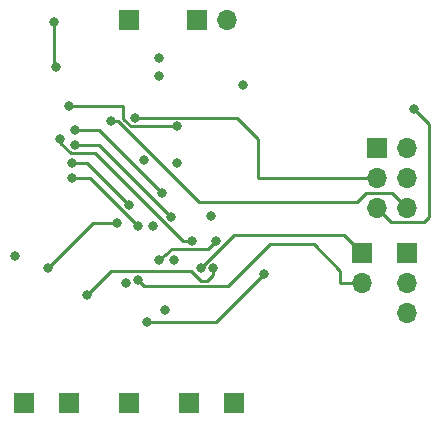
<source format=gbr>
%TF.GenerationSoftware,KiCad,Pcbnew,(5.1.9)-1*%
%TF.CreationDate,2021-06-03T20:59:13+02:00*%
%TF.ProjectId,HABakuk_v1.0,48414261-6b75-46b5-9f76-312e302e6b69,1.0*%
%TF.SameCoordinates,Original*%
%TF.FileFunction,Copper,L2,Inr*%
%TF.FilePolarity,Positive*%
%FSLAX46Y46*%
G04 Gerber Fmt 4.6, Leading zero omitted, Abs format (unit mm)*
G04 Created by KiCad (PCBNEW (5.1.9)-1) date 2021-06-03 20:59:13*
%MOMM*%
%LPD*%
G01*
G04 APERTURE LIST*
%TA.AperFunction,ComponentPad*%
%ADD10R,1.700000X1.700000*%
%TD*%
%TA.AperFunction,ComponentPad*%
%ADD11O,1.700000X1.700000*%
%TD*%
%TA.AperFunction,ViaPad*%
%ADD12C,0.800000*%
%TD*%
%TA.AperFunction,Conductor*%
%ADD13C,0.250000*%
%TD*%
G04 APERTURE END LIST*
D10*
%TO.N,GND*%
%TO.C,J10*%
X129540000Y-119380000D03*
%TD*%
%TO.N,+3V3*%
%TO.C,J9*%
X133350000Y-119380000D03*
%TD*%
%TO.N,GND*%
%TO.C,J8*%
X115570000Y-119380000D03*
%TD*%
%TO.N,Net-(C1-Pad1)*%
%TO.C,J7*%
X119380000Y-119380000D03*
%TD*%
%TO.N,GND*%
%TO.C,J6*%
X124460000Y-119380000D03*
%TD*%
%TO.N,Net-(J5-Pad1)*%
%TO.C,J5*%
X124460000Y-86995000D03*
%TD*%
D11*
%TO.N,Net-(J4-Pad2)*%
%TO.C,J4*%
X132715000Y-86995000D03*
D10*
%TO.N,GND*%
X130175000Y-86995000D03*
%TD*%
D11*
%TO.N,Net-(C15-Pad2)*%
%TO.C,J3*%
X147955000Y-111760000D03*
%TO.N,TXD*%
X147955000Y-109220000D03*
D10*
%TO.N,RXD*%
X147955000Y-106680000D03*
%TD*%
D11*
%TO.N,SDA*%
%TO.C,J2*%
X144145000Y-109220000D03*
D10*
%TO.N,SCL*%
X144145000Y-106680000D03*
%TD*%
D11*
%TO.N,MISO*%
%TO.C,J1*%
X147955000Y-102870000D03*
%TO.N,+3V3*%
X145415000Y-102870000D03*
%TO.N,SCK*%
X147955000Y-100330000D03*
%TO.N,MOSI*%
X145415000Y-100330000D03*
%TO.N,DTR*%
X147955000Y-97790000D03*
D10*
%TO.N,GND*%
X145415000Y-97790000D03*
%TD*%
D12*
%TO.N,GND*%
X134112000Y-92456000D03*
%TO.N,Net-(C7-Pad1)*%
X125984000Y-112522000D03*
X135890000Y-108458000D03*
%TO.N,Net-(C14-Pad1)*%
X126955000Y-90215000D03*
%TO.N,DTR*%
X131821347Y-105659347D03*
X127000000Y-107315000D03*
%TO.N,+3V3*%
X127000000Y-91694000D03*
X148590000Y-94488000D03*
X114808000Y-106934000D03*
X124219403Y-109206597D03*
X131380002Y-103595000D03*
X127508000Y-111506000D03*
X128524000Y-99060000D03*
%TO.N,MISO*%
X122936000Y-95504000D03*
%TO.N,SCK*%
X125730000Y-98806000D03*
%TO.N,MOSI*%
X124968000Y-95250000D03*
%TO.N,SDA*%
X125222000Y-108966000D03*
X124464653Y-102611347D03*
X119634000Y-99060000D03*
%TO.N,SCL*%
X130556000Y-107950000D03*
X119634000Y-100330000D03*
X125222000Y-104394000D03*
%TO.N,TXD*%
X128270000Y-107250002D03*
%TO.N,RXD*%
X126492000Y-104394000D03*
%TO.N,CLK0*%
X118110000Y-87122000D03*
X118296656Y-90953712D03*
%TO.N,TIMEP*%
X129789347Y-105659347D03*
X118618000Y-97028000D03*
%TO.N,TEMP*%
X117602000Y-107950000D03*
X123444000Y-104140000D03*
%TO.N,CLK2*%
X128524000Y-95975000D03*
X119380000Y-94234000D03*
%TO.N,RXI*%
X128016000Y-103632000D03*
X119888000Y-97536000D03*
%TO.N,TXO*%
X127254000Y-101600000D03*
X119888000Y-96266000D03*
%TO.N,Net-(C1-Pad1)*%
X131568654Y-107962651D03*
X120904000Y-110236000D03*
%TD*%
D13*
%TO.N,Net-(C7-Pad1)*%
X125984000Y-112522000D02*
X131826000Y-112522000D01*
X131826000Y-112522000D02*
X135890000Y-108458000D01*
%TO.N,DTR*%
X128057652Y-106384348D02*
X127000000Y-107315000D01*
X131096346Y-106384348D02*
X128057652Y-106384348D01*
X131821347Y-105659347D02*
X131096346Y-106384348D01*
%TO.N,+3V3*%
X146590001Y-104045001D02*
X149446999Y-104045001D01*
X145415000Y-102870000D02*
X146590001Y-104045001D01*
X149446999Y-104045001D02*
X149860000Y-103632000D01*
X149860000Y-95758000D02*
X148590000Y-94488000D01*
X149860000Y-103632000D02*
X149860000Y-95758000D01*
%TO.N,MISO*%
X146779999Y-101694999D02*
X147955000Y-102870000D01*
X123501685Y-95504000D02*
X130359685Y-102362000D01*
X122936000Y-95504000D02*
X123501685Y-95504000D01*
X130359685Y-102362000D02*
X143764000Y-102362000D01*
X143764000Y-102362000D02*
X144526000Y-101600000D01*
X146685000Y-101600000D02*
X146779999Y-101694999D01*
X144526000Y-101600000D02*
X146685000Y-101600000D01*
%TO.N,MOSI*%
X135382000Y-100330000D02*
X145415000Y-100330000D01*
X135382000Y-97028000D02*
X135382000Y-100330000D01*
X133604000Y-95250000D02*
X135382000Y-97028000D01*
X124968000Y-95250000D02*
X133604000Y-95250000D01*
%TO.N,SDA*%
X125222000Y-108966000D02*
X125730000Y-109474000D01*
X125730000Y-109474000D02*
X132842000Y-109474000D01*
X132842000Y-109474000D02*
X136398000Y-105918000D01*
X142330000Y-108180012D02*
X142330000Y-109220000D01*
X140067988Y-105918000D02*
X142330000Y-108180012D01*
X136398000Y-105918000D02*
X140067988Y-105918000D01*
X142330000Y-109220000D02*
X144145000Y-109220000D01*
X120913306Y-99060000D02*
X119634000Y-99060000D01*
X124464653Y-102611347D02*
X120913306Y-99060000D01*
%TO.N,SCL*%
X130556000Y-107950000D02*
X133350000Y-105156000D01*
X142621000Y-105156000D02*
X144145000Y-106680000D01*
X133350000Y-105156000D02*
X142621000Y-105156000D01*
X119634000Y-100330000D02*
X121158000Y-100330000D01*
X121158000Y-100330000D02*
X125222000Y-104394000D01*
%TO.N,CLK0*%
X118110000Y-90767056D02*
X118296656Y-90953712D01*
X118110000Y-87122000D02*
X118110000Y-90767056D01*
%TO.N,TIMEP*%
X121571999Y-98261001D02*
X119539999Y-98261001D01*
X128970345Y-105659347D02*
X121571999Y-98261001D01*
X129789347Y-105659347D02*
X128970345Y-105659347D01*
X118618000Y-97339002D02*
X119539999Y-98261001D01*
X118618000Y-97028000D02*
X118618000Y-97339002D01*
%TO.N,TEMP*%
X117602000Y-107950000D02*
X121412000Y-104140000D01*
X121412000Y-104140000D02*
X123444000Y-104140000D01*
%TO.N,CLK2*%
X124619998Y-95975000D02*
X123952000Y-95307002D01*
X128524000Y-95975000D02*
X124619998Y-95975000D01*
X123952000Y-95307002D02*
X123952000Y-94234000D01*
X123952000Y-94234000D02*
X119380000Y-94234000D01*
%TO.N,RXI*%
X121920000Y-97536000D02*
X119888000Y-97536000D01*
X128016000Y-103632000D02*
X121920000Y-97536000D01*
%TO.N,TXO*%
X121920000Y-96266000D02*
X119888000Y-96266000D01*
X127254000Y-101600000D02*
X121920000Y-96266000D01*
%TO.N,Net-(C1-Pad1)*%
X129724324Y-108240999D02*
X122899001Y-108240999D01*
X130507315Y-109023990D02*
X129724324Y-108240999D01*
X122899001Y-108240999D02*
X120904000Y-110236000D01*
X131073000Y-109023990D02*
X130507315Y-109023990D01*
X131568654Y-108528336D02*
X131073000Y-109023990D01*
X131568654Y-107962651D02*
X131568654Y-108528336D01*
%TD*%
M02*

</source>
